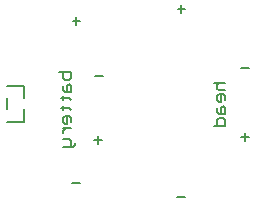
<source format=gbo>
G04*
G04 #@! TF.GenerationSoftware,Altium Limited,Altium Designer,21.7.2 (23)*
G04*
G04 Layer_Color=32896*
%FSLAX25Y25*%
%MOIN*%
G70*
G04*
G04 #@! TF.SameCoordinates,CD49883A-D9D7-4F0A-866F-15B73C44CB22*
G04*
G04*
G04 #@! TF.FilePolarity,Positive*
G04*
G01*
G75*
%ADD11C,0.00600*%
%ADD13C,0.00591*%
D11*
X334441Y303907D02*
Y307493D01*
X340159Y299691D02*
Y303753D01*
X334441Y299691D02*
X340159D01*
Y307647D02*
Y311709D01*
X334441D02*
X340159D01*
D13*
X355991Y279090D02*
X358614D01*
X356291Y333102D02*
X358914D01*
X357602Y334414D02*
Y331790D01*
X351862Y316109D02*
X355798D01*
Y314142D01*
X355142Y313486D01*
X354486D01*
X353830D01*
X353174Y314142D01*
Y316109D01*
Y311518D02*
Y310206D01*
X353830Y309550D01*
X355798D01*
Y311518D01*
X355142Y312174D01*
X354486Y311518D01*
Y309550D01*
X352518Y307582D02*
X353174D01*
Y308238D01*
Y306926D01*
Y307582D01*
X355142D01*
X355798Y306926D01*
X352518Y304302D02*
X353174D01*
Y304958D01*
Y303646D01*
Y304302D01*
X355142D01*
X355798Y303646D01*
Y299711D02*
Y301023D01*
X355142Y301678D01*
X353830D01*
X353174Y301023D01*
Y299711D01*
X353830Y299055D01*
X354486D01*
Y301678D01*
X353174Y297743D02*
X355798D01*
X354486D01*
X353830Y297087D01*
X353174Y296431D01*
Y295775D01*
Y293807D02*
X355142D01*
X355798Y293151D01*
Y291183D01*
X356453D01*
X357109Y291839D01*
Y292495D01*
X355798Y291183D02*
X353174D01*
X403274Y312709D02*
X407209D01*
X405242D01*
X404586Y312053D01*
Y310742D01*
X405242Y310086D01*
X407209D01*
Y306806D02*
Y308118D01*
X406554Y308774D01*
X405242D01*
X404586Y308118D01*
Y306806D01*
X405242Y306150D01*
X405898D01*
Y308774D01*
X404586Y304182D02*
Y302870D01*
X405242Y302214D01*
X407209D01*
Y304182D01*
X406554Y304838D01*
X405898Y304182D01*
Y302214D01*
X403274Y298278D02*
X407209D01*
Y300246D01*
X406554Y300902D01*
X405242D01*
X404586Y300246D01*
Y298278D01*
X363891Y314891D02*
X366514D01*
X363491Y293602D02*
X366114D01*
X364802Y294914D02*
Y292290D01*
X391191Y274490D02*
X393814D01*
X412391Y294702D02*
X415014D01*
X413702Y296014D02*
Y293390D01*
X412491Y317590D02*
X415114D01*
X391290Y337102D02*
X393914D01*
X392602Y338414D02*
Y335790D01*
M02*

</source>
